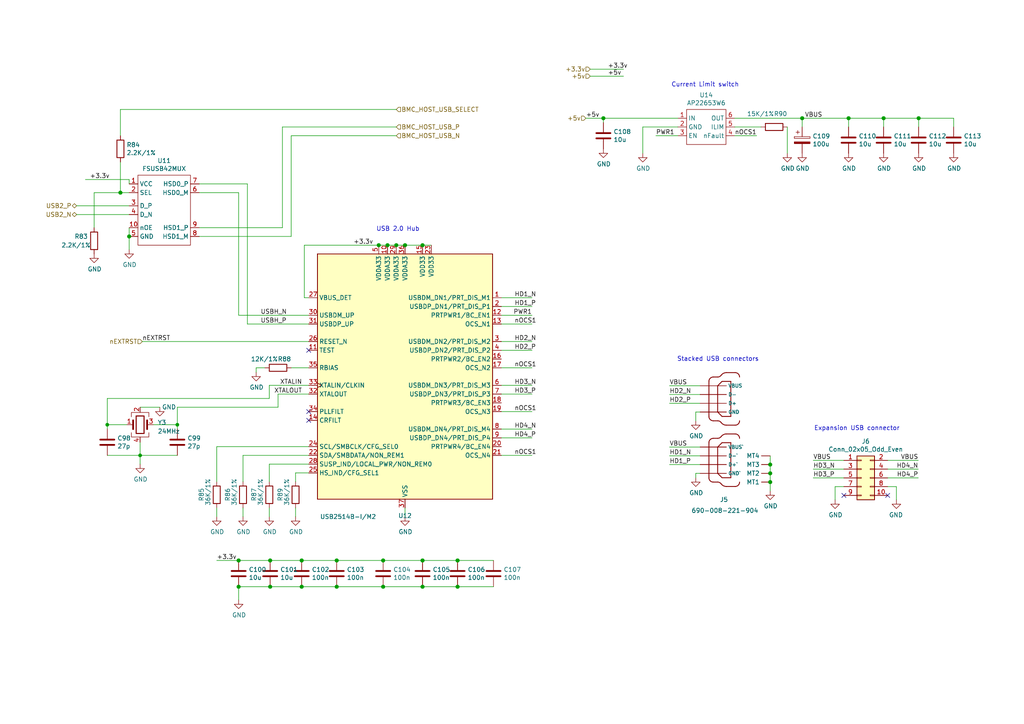
<source format=kicad_sch>
(kicad_sch (version 20210621) (generator eeschema)
  (paper "A4")
  (title_block (title "srvant-board MK1") (date "2021-07-14") (rev "rev-0.1dev"))
  (lib_symbols
    (symbol "CM4IO:AP2553W6"
      (property "Reference" "U" (at 3.81 -6.35 0))
      (property "Value" "AP2553W6" (at -3.81 -6.35 0))
      (symbol "AP2553W6_0_0"
        (pin power_in line (at -8.89 2.54 0) (length 2.54) (name "IN") (number "1"))
        (pin power_out line (at -8.89 0 0) (length 2.54) (name "GND") (number "2"))
        (pin input line (at -8.89 -2.54 0) (length 2.54) (name "EN") (number "3"))
        (pin open_collector line (at 7.62 -2.54 180) (length 2.54) (name "nFault") (number "4"))
        (pin passive line (at 7.62 0 180) (length 2.54) (name "ILIM") (number "5"))
        (pin power_out line (at 7.62 2.54 180) (length 2.54) (name "OUT") (number "6"))
      )
      (symbol "AP2553W6_0_1"
        (rectangle (start -6.35 5.08) (end 5.08 -5.08))
      )
    )
    (symbol "CM4IO:FSUSB42MX"
      (property "Reference" "U" (at -7.62 20.32 0))
      (property "Value" "FSUSB42MX" (at -2.54 -2.54 0))
      (symbol "FSUSB42MX_0_0"
        (pin power_in line (at 8.89 16.51 180) (length 2.54) (name "VCC") (number "1"))
        (pin input line (at 8.89 3.81 180) (length 2.54) (name "nOE") (number "10"))
        (pin input line (at 8.89 13.97 180) (length 2.54) (name "SEL") (number "2"))
        (pin bidirectional line (at 8.89 10.16 180) (length 2.54) (name "D_P") (number "3"))
        (pin bidirectional line (at 8.89 7.62 180) (length 2.54) (name "D_N") (number "4"))
        (pin power_in line (at 8.89 1.27 180) (length 2.54) (name "GND") (number "5"))
        (pin bidirectional line (at -11.43 13.97 0) (length 2.54) (name "HSD0_M") (number "6"))
        (pin bidirectional line (at -11.43 16.51 0) (length 2.54) (name "HSD0_P") (number "7"))
        (pin bidirectional line (at -11.43 1.27 0) (length 2.54) (name "HSD1_M") (number "8"))
        (pin bidirectional line (at -11.43 3.81 0) (length 2.54) (name "HSD1_P") (number "9"))
      )
      (symbol "FSUSB42MX_0_1"
        (rectangle (start -8.89 19.05) (end 6.35 -1.27))
      )
    )
    (symbol "CM4IO:USB_67298-4090" (pin_numbers hide)
      (property "Reference" "J" (at -5.08 21.6408 0))
      (property "Value" "USB_67298-4090" (at -5.08 -17.8054 0))
      (symbol "USB_67298-4090_0_0"
        (arc (start -5.08 -11.43) (end -3.81 -12.7) (radius (at -3.81 -11.43) (length 1.27) (angles 180 -90)) (stroke (width 0.254)))
        (arc (start -5.08 -1.27) (end -3.81 0) (radius (at -3.81 -1.27) (length 1.27) (angles 180 90)) (stroke (width 0.254)))
        (arc (start -5.08 6.35) (end -3.81 5.08) (radius (at -3.81 6.35) (length 1.27) (angles 180 -90)) (stroke (width 0.254)))
        (arc (start -5.08 16.51) (end -3.81 17.78) (radius (at -3.81 16.51) (length 1.27) (angles 180 90)) (stroke (width 0.254)))
        (arc (start -2.54 -12.7) (end -1.524 -13.208) (radius (at -2.54 -13.97) (length 1.27) (angles -143 -90)) (stroke (width 0.254)))
        (arc (start -2.54 0) (end -1.524 0.508) (radius (at -2.54 1.27) (length 1.27) (angles -90 -37)) (stroke (width 0.254)))
        (arc (start -2.54 5.08) (end -1.524 4.572) (radius (at -2.54 3.81) (length 1.27) (angles -143 -90)) (stroke (width 0.254)))
        (arc (start -2.54 17.78) (end -1.524 18.288) (radius (at -2.54 19.05) (length 1.27) (angles -90 -37)) (stroke (width 0.254)))
        (arc (start -1.524 -13.208) (end 0 -13.97) (radius (at 0 -12.065) (length 1.905) (angles -143 -90)) (stroke (width 0.254)))
        (arc (start -1.524 0.508) (end 0 1.27) (radius (at 0 -0.635) (length 1.905) (angles -90 -37)) (stroke (width 0.254)))
        (arc (start -1.524 4.572) (end 0 3.81) (radius (at 0 5.715) (length 1.905) (angles -143 -90)) (stroke (width 0.254)))
        (arc (start -1.524 18.288) (end 0 19.05) (radius (at 0 17.145) (length 1.905) (angles -90 -37)) (stroke (width 0.254)))
        (arc (start 2.54 -13.97) (end 3.81 -12.7) (radius (at 2.54 -12.7) (length 1.27) (angles -90 0)) (stroke (width 0.254)))
        (arc (start 2.54 1.27) (end 3.81 0) (radius (at 2.54 0) (length 1.27) (angles 90 0)) (stroke (width 0.254)))
        (arc (start 2.54 3.81) (end 3.81 5.08) (radius (at 2.54 5.08) (length 1.27) (angles -90 0)) (stroke (width 0.254)))
        (arc (start 2.54 19.05) (end 3.81 17.78) (radius (at 2.54 17.78) (length 1.27) (angles 90 0)) (stroke (width 0.254)))
        (polyline (pts (xy -5.08 -1.27) (xy -5.08 -11.43)) (stroke (width 0.254)))
        (polyline (pts (xy -5.08 16.51) (xy -5.08 6.35)) (stroke (width 0.254)))
        (polyline (pts (xy -3.81 -12.7) (xy -2.54 -12.7)) (stroke (width 0.254)))
        (polyline (pts (xy -3.81 0) (xy -2.54 0)) (stroke (width 0.254)))
        (polyline (pts (xy -3.81 5.08) (xy -2.54 5.08)) (stroke (width 0.254)))
        (polyline (pts (xy -3.81 17.78) (xy -2.54 17.78)) (stroke (width 0.254)))
        (polyline (pts (xy -2.54 -10.16) (xy -1.27 -11.43)) (stroke (width 0.254)))
        (polyline (pts (xy -2.54 -2.54) (xy -2.54 -10.16)) (stroke (width 0.254)))
        (polyline (pts (xy -2.54 7.62) (xy -1.27 6.35)) (stroke (width 0.254)))
        (polyline (pts (xy -2.54 15.24) (xy -2.54 7.62)) (stroke (width 0.254)))
        (polyline (pts (xy -1.27 -11.43) (xy 1.27 -11.43)) (stroke (width 0.254)))
        (polyline (pts (xy -1.27 -1.27) (xy -2.54 -2.54)) (stroke (width 0.254)))
        (polyline (pts (xy -1.27 6.35) (xy 1.27 6.35)) (stroke (width 0.254)))
        (polyline (pts (xy -1.27 16.51) (xy -2.54 15.24)) (stroke (width 0.254)))
        (polyline (pts (xy 0 -13.97) (xy 2.54 -13.97)) (stroke (width 0.254)))
        (polyline (pts (xy 0 1.27) (xy 2.54 1.27)) (stroke (width 0.254)))
        (polyline (pts (xy 0 3.81) (xy 2.54 3.81)) (stroke (width 0.254)))
        (polyline (pts (xy 0 19.05) (xy 2.54 19.05)) (stroke (width 0.254)))
        (polyline (pts (xy 1.27 -11.43) (xy 1.27 -1.27)) (stroke (width 0.254)))
        (polyline (pts (xy 1.27 -1.27) (xy -1.27 -1.27)) (stroke (width 0.254)))
        (polyline (pts (xy 1.27 6.35) (xy 1.27 16.51)) (stroke (width 0.254)))
        (polyline (pts (xy 1.27 16.51) (xy -1.27 16.51)) (stroke (width 0.254)))
        (pin power_in line (at -7.62 -2.54 0) (length 7.62) (name "VBUS`") (number "1"))
        (pin passive line (at -7.62 -5.08 0) (length 7.62) (name "D-`") (number "2"))
        (pin passive line (at -7.62 -7.62 0) (length 7.62) (name "D+`") (number "3"))
        (pin power_in line (at -7.62 -10.16 0) (length 7.62) (name "GND`") (number "4"))
        (pin power_in line (at -7.62 15.24 0) (length 7.62) (name "VBUS") (number "5"))
        (pin passive line (at -7.62 12.7 0) (length 7.62) (name "D-") (number "6"))
        (pin passive line (at -7.62 10.16 0) (length 7.62) (name "D+") (number "7"))
        (pin power_in line (at -7.62 7.62 0) (length 7.62) (name "GND") (number "8"))
        (pin passive line (at 12.7 -12.7 180) (length 2.54) (name "MT1") (number "MT1"))
        (pin passive line (at 12.7 -10.16 180) (length 2.54) (name "MT2") (number "MT2"))
        (pin passive line (at 12.7 -7.62 180) (length 2.54) (name "MT3") (number "MT3"))
        (pin passive line (at 12.7 -5.08 180) (length 2.54) (name "MT4") (number "MT4"))
      )
    )
    (symbol "Connector_Generic:Conn_02x05_Odd_Even" (pin_names hide)
      (property "Reference" "J" (at 1.27 7.62 0))
      (property "Value" "Conn_02x05_Odd_Even" (at 1.27 -7.62 0))
      (symbol "Conn_02x05_Odd_Even_1_1"
        (rectangle (start -1.27 -4.953) (end 0 -5.207))
        (rectangle (start -1.27 -2.413) (end 0 -2.667))
        (rectangle (start -1.27 0.127) (end 0 -0.127))
        (rectangle (start -1.27 2.667) (end 0 2.413))
        (rectangle (start -1.27 5.207) (end 0 4.953))
        (rectangle (start 3.81 -4.953) (end 2.54 -5.207))
        (rectangle (start 3.81 -2.413) (end 2.54 -2.667))
        (rectangle (start 3.81 0.127) (end 2.54 -0.127))
        (rectangle (start 3.81 2.667) (end 2.54 2.413))
        (rectangle (start 3.81 5.207) (end 2.54 4.953))
        (rectangle (start -1.27 6.35) (end 3.81 -6.35) (stroke (width 0.254)) (fill (type background)))
        (pin passive line (at -5.08 5.08 0) (length 3.81) (name "Pin_1") (number "1"))
        (pin passive line (at 7.62 -5.08 180) (length 3.81) (name "Pin_10") (number "10"))
        (pin passive line (at 7.62 5.08 180) (length 3.81) (name "Pin_2") (number "2"))
        (pin passive line (at -5.08 2.54 0) (length 3.81) (name "Pin_3") (number "3"))
        (pin passive line (at 7.62 2.54 180) (length 3.81) (name "Pin_4") (number "4"))
        (pin passive line (at -5.08 0 0) (length 3.81) (name "Pin_5") (number "5"))
        (pin passive line (at 7.62 0 180) (length 3.81) (name "Pin_6") (number "6"))
        (pin passive line (at -5.08 -2.54 0) (length 3.81) (name "Pin_7") (number "7"))
        (pin passive line (at 7.62 -2.54 180) (length 3.81) (name "Pin_8") (number "8"))
        (pin passive line (at -5.08 -5.08 0) (length 3.81) (name "Pin_9") (number "9"))
      )
    )
    (symbol "Device:C" (pin_numbers hide) (pin_names (offset 0.254))
      (property "Reference" "C" (at 0.635 2.54 0))
      (property "Value" "C" (at 0.635 -2.54 0))
      (symbol "C_0_1"
        (polyline (pts (xy -2.032 -0.762) (xy 2.032 -0.762)) (stroke (width 0.508)))
        (polyline (pts (xy -2.032 0.762) (xy 2.032 0.762)) (stroke (width 0.508)))
      )
      (symbol "C_1_1"
        (pin passive line (at 0 3.81 270) (length 2.794) (name "~") (number "1"))
        (pin passive line (at 0 -3.81 90) (length 2.794) (name "~") (number "2"))
      )
    )
    (symbol "Device:CP" (pin_numbers hide) (pin_names (offset 0.254))
      (property "Reference" "C" (at 0.635 2.54 0))
      (property "Value" "CP" (at 0.635 -2.54 0))
      (symbol "CP_0_1"
        (rectangle (start -2.286 0.508) (end 2.286 1.016))
        (rectangle (start 2.286 -0.508) (end -2.286 -1.016) (fill (type outline)))
        (polyline (pts (xy -1.778 2.286) (xy -0.762 2.286)))
        (polyline (pts (xy -1.27 2.794) (xy -1.27 1.778)))
      )
      (symbol "CP_1_1"
        (pin passive line (at 0 3.81 270) (length 2.794) (name "~") (number "1"))
        (pin passive line (at 0 -3.81 90) (length 2.794) (name "~") (number "2"))
      )
    )
    (symbol "Device:Crystal_GND24" (pin_names (offset 1.016) hide)
      (property "Reference" "Y" (at 3.175 5.08 0))
      (property "Value" "Crystal_GND24" (at 3.175 3.175 0))
      (symbol "Crystal_GND24_0_1"
        (rectangle (start -1.143 2.54) (end 1.143 -2.54) (stroke (width 0.3048)))
        (polyline (pts (xy -2.54 0) (xy -2.032 0)))
        (polyline (pts (xy -2.032 -1.27) (xy -2.032 1.27)) (stroke (width 0.508)))
        (polyline (pts (xy 0 -3.81) (xy 0 -3.556)))
        (polyline (pts (xy 0 3.556) (xy 0 3.81)))
        (polyline (pts (xy 2.032 -1.27) (xy 2.032 1.27)) (stroke (width 0.508)))
        (polyline (pts (xy 2.032 0) (xy 2.54 0)))
        (polyline (pts (xy -2.54 -2.286) (xy -2.54 -3.556) (xy 2.54 -3.556) (xy 2.54 -2.286)))
        (polyline (pts (xy -2.54 2.286) (xy -2.54 3.556) (xy 2.54 3.556) (xy 2.54 2.286)))
      )
      (symbol "Crystal_GND24_1_1"
        (pin passive line (at -3.81 0 0) (length 1.27) (name "1") (number "1"))
        (pin passive line (at 0 5.08 270) (length 1.27) (name "2") (number "2"))
        (pin passive line (at 3.81 0 180) (length 1.27) (name "3") (number "3"))
        (pin passive line (at 0 -5.08 90) (length 1.27) (name "4") (number "4"))
      )
    )
    (symbol "Device:R" (pin_numbers hide) (pin_names (offset 0))
      (property "Reference" "R" (at 2.032 0 90))
      (property "Value" "R" (at 0 0 90))
      (symbol "R_0_1"
        (rectangle (start -1.016 -2.54) (end 1.016 2.54) (stroke (width 0.254)))
      )
      (symbol "R_1_1"
        (pin passive line (at 0 3.81 270) (length 1.27) (name "~") (number "1"))
        (pin passive line (at 0 -3.81 90) (length 1.27) (name "~") (number "2"))
      )
    )
    (symbol "Interface_USB:USB2514B_Bi"
      (property "Reference" "U" (at -17.78 40.64 0))
      (property "Value" "USB2514B_Bi" (at -20.32 38.1 0))
      (symbol "USB2514B_Bi_0_1"
        (rectangle (start -25.4 35.56) (end 25.4 -35.56) (stroke (width 0.254)) (fill (type background)))
      )
      (symbol "USB2514B_Bi_1_1"
        (pin bidirectional line (at 27.94 22.86 180) (length 2.54) (name "USBDM_DN1/PRT_DIS_M1") (number "1"))
        (pin power_in line (at -5.08 38.1 270) (length 2.54) (name "VDDA33") (number "10"))
        (pin input line (at -27.94 7.62 0) (length 2.54) (name "TEST") (number "11"))
        (pin bidirectional line (at 27.94 17.78 180) (length 2.54) (name "PRTPWR1/BC_EN1") (number "12"))
        (pin input line (at 27.94 15.24 180) (length 2.54) (name "OCS_N1") (number "13"))
        (pin input line (at -27.94 -12.7 0) (length 2.54) (name "CRFILT") (number "14"))
        (pin power_in line (at 5.08 38.1 270) (length 2.54) (name "VDD33") (number "15"))
        (pin bidirectional line (at 27.94 5.08 180) (length 2.54) (name "PRTPWR2/BC_EN2") (number "16"))
        (pin input line (at 27.94 2.54 180) (length 2.54) (name "OCS_N2") (number "17"))
        (pin bidirectional line (at 27.94 -7.62 180) (length 2.54) (name "PRTPWR3/BC_EN3") (number "18"))
        (pin input line (at 27.94 -10.16 180) (length 2.54) (name "OCS_N3") (number "19"))
        (pin bidirectional line (at 27.94 20.32 180) (length 2.54) (name "USBDP_DN1/PRT_DIS_P1") (number "2"))
        (pin bidirectional line (at 27.94 -20.32 180) (length 2.54) (name "PRTPWR4/BC_EN4") (number "20"))
        (pin input line (at 27.94 -22.86 180) (length 2.54) (name "OCS_N4") (number "21"))
        (pin bidirectional line (at -27.94 -22.86 0) (length 2.54) (name "SDA/SMBDATA/NON_REM1") (number "22"))
        (pin power_in line (at 7.62 38.1 270) (length 2.54) (name "VDD33") (number "23"))
        (pin bidirectional line (at -27.94 -20.32 0) (length 2.54) (name "SCL/SMBCLK/CFG_SEL0") (number "24"))
        (pin bidirectional line (at -27.94 -27.94 0) (length 2.54) (name "HS_IND/CFG_SEL1") (number "25"))
        (pin input line (at -27.94 10.16 0) (length 2.54) (name "RESET_N") (number "26"))
        (pin input line (at -27.94 22.86 0) (length 2.54) (name "VBUS_DET") (number "27"))
        (pin bidirectional line (at -27.94 -25.4 0) (length 2.54) (name "SUSP_IND/LOCAL_PWR/NON_REM0") (number "28"))
        (pin power_in line (at -2.54 38.1 270) (length 2.54) (name "VDDA33") (number "29"))
        (pin bidirectional line (at 27.94 10.16 180) (length 2.54) (name "USBDM_DN2/PRT_DIS_M2") (number "3"))
        (pin bidirectional line (at -27.94 17.78 0) (length 2.54) (name "USBDM_UP") (number "30"))
        (pin bidirectional line (at -27.94 15.24 0) (length 2.54) (name "USBDP_UP") (number "31"))
        (pin output line (at -27.94 -5.08 0) (length 2.54) (name "XTALOUT") (number "32"))
        (pin input clock (at -27.94 -2.54 0) (length 2.54) (name "XTALIN/CLKIN") (number "33"))
        (pin input line (at -27.94 -10.16 0) (length 2.54) (name "PLLFILT") (number "34"))
        (pin input line (at -27.94 2.54 0) (length 2.54) (name "RBIAS") (number "35"))
        (pin power_in line (at 0 38.1 270) (length 2.54) (name "VDDA33") (number "36"))
        (pin power_in line (at 0 -38.1 90) (length 2.54) (name "VSS") (number "37"))
        (pin bidirectional line (at 27.94 7.62 180) (length 2.54) (name "USBDP_DN2/PRT_DIS_P2") (number "4"))
        (pin power_in line (at -7.62 38.1 270) (length 2.54) (name "VDDA33") (number "5"))
        (pin bidirectional line (at 27.94 -2.54 180) (length 2.54) (name "USBDM_DN3/PRT_DIS_M3") (number "6"))
        (pin bidirectional line (at 27.94 -5.08 180) (length 2.54) (name "USBDP_DN3/PRT_DIS_P3") (number "7"))
        (pin bidirectional line (at 27.94 -15.24 180) (length 2.54) (name "USBDM_DN4/PRT_DIS_M4") (number "8"))
        (pin bidirectional line (at 27.94 -17.78 180) (length 2.54) (name "USBDP_DN4/PRT_DIS_P4") (number "9"))
      )
    )
    (symbol "power:GND" (power) (pin_names (offset 0))
      (property "Value" "GND" (at 0 -3.81 0))
      (symbol "GND_0_1"
        (polyline (pts (xy 0 0) (xy 0 -1.27) (xy 1.27 -1.27) (xy 0 -2.54) (xy -1.27 -1.27) (xy 0 -1.27)))
      )
      (symbol "GND_1_1"
        (pin power_in line (at 0 0 270) (length 0) hide (name "GND") (number "1"))
      )
    )
  )
  (junction (at 31.115 123.19) (diameter 0.9144))
  (junction (at 34.925 55.88) (diameter 1.016))
  (junction (at 37.465 68.58) (diameter 1.016))
  (junction (at 40.64 132.08) (diameter 0.9144))
  (junction (at 51.435 123.19) (diameter 0.9144))
  (junction (at 69.215 162.56) (diameter 1.016))
  (junction (at 69.215 170.18) (diameter 1.016))
  (junction (at 78.359 162.56) (diameter 1.016))
  (junction (at 78.359 170.18) (diameter 1.016))
  (junction (at 87.503 162.56) (diameter 1.016))
  (junction (at 87.503 170.18) (diameter 1.016))
  (junction (at 97.663 162.56) (diameter 1.016))
  (junction (at 97.663 170.18) (diameter 1.016))
  (junction (at 109.855 71.12) (diameter 1.016))
  (junction (at 111.125 162.56) (diameter 1.016))
  (junction (at 111.125 170.18) (diameter 1.016))
  (junction (at 112.395 71.12) (diameter 1.016))
  (junction (at 114.935 71.12) (diameter 1.016))
  (junction (at 117.475 71.12) (diameter 1.016))
  (junction (at 122.555 71.12) (diameter 1.016))
  (junction (at 122.555 162.56) (diameter 1.016))
  (junction (at 122.555 170.18) (diameter 1.016))
  (junction (at 132.715 162.56) (diameter 1.016))
  (junction (at 132.715 170.18) (diameter 1.016))
  (junction (at 175.006 34.29) (diameter 1.016))
  (junction (at 223.393 134.747) (diameter 1.016))
  (junction (at 223.393 137.287) (diameter 1.016))
  (junction (at 223.393 139.827) (diameter 1.016))
  (junction (at 232.664 34.29) (diameter 1.016))
  (junction (at 246.126 34.29) (diameter 1.016))
  (junction (at 256.286 34.29) (diameter 1.016))
  (junction (at 266.446 34.29) (diameter 1.016))
  (no_connect (at 89.535 101.6))
  (no_connect (at 89.535 119.38))
  (no_connect (at 89.535 121.92))
  (no_connect (at 244.7544 143.6878))
  (no_connect (at 257.4544 143.6878))
  (wire (pts (xy 22.225 59.69) (xy 37.465 59.69)))
  (wire (pts (xy 22.225 62.23) (xy 37.465 62.23)))
  (wire (pts (xy 24.765 52.07) (xy 37.465 52.07)))
  (wire (pts (xy 27.305 55.88) (xy 27.305 66.04)))
  (wire (pts (xy 31.115 115.57) (xy 31.115 123.19)))
  (wire (pts (xy 31.115 123.19) (xy 31.115 124.46)))
  (wire (pts (xy 31.115 123.19) (xy 36.83 123.19)))
  (wire (pts (xy 31.115 132.08) (xy 40.64 132.08)))
  (wire (pts (xy 34.925 31.75) (xy 114.935 31.75)))
  (wire (pts (xy 34.925 39.37) (xy 34.925 31.75)))
  (wire (pts (xy 34.925 46.99) (xy 34.925 55.88)))
  (wire (pts (xy 34.925 55.88) (xy 27.305 55.88)))
  (wire (pts (xy 37.465 53.34) (xy 37.465 52.07)))
  (wire (pts (xy 37.465 55.88) (xy 34.925 55.88)))
  (wire (pts (xy 37.465 66.04) (xy 37.465 68.58)))
  (wire (pts (xy 37.465 68.58) (xy 37.465 72.39)))
  (wire (pts (xy 40.64 118.11) (xy 46.355 118.11)))
  (wire (pts (xy 40.64 128.27) (xy 40.64 132.08)))
  (wire (pts (xy 40.64 132.08) (xy 40.64 134.62)))
  (wire (pts (xy 40.64 132.08) (xy 51.435 132.08)))
  (wire (pts (xy 41.275 99.06) (xy 89.535 99.06)))
  (wire (pts (xy 44.45 123.19) (xy 51.435 123.19)))
  (wire (pts (xy 51.435 118.11) (xy 51.435 123.19)))
  (wire (pts (xy 51.435 123.19) (xy 51.435 124.46)))
  (wire (pts (xy 57.785 53.34) (xy 71.755 53.34)))
  (wire (pts (xy 57.785 55.88) (xy 69.215 55.88)))
  (wire (pts (xy 57.785 66.04) (xy 81.915 66.04)))
  (wire (pts (xy 57.785 68.58) (xy 84.455 68.58)))
  (wire (pts (xy 62.865 129.54) (xy 89.535 129.54)))
  (wire (pts (xy 62.865 139.7) (xy 62.865 129.54)))
  (wire (pts (xy 62.865 147.32) (xy 62.865 149.86)))
  (wire (pts (xy 62.865 162.56) (xy 69.215 162.56)))
  (wire (pts (xy 69.215 55.88) (xy 69.215 91.44)))
  (wire (pts (xy 69.215 162.56) (xy 78.359 162.56)))
  (wire (pts (xy 69.215 170.18) (xy 78.359 170.18)))
  (wire (pts (xy 69.215 173.99) (xy 69.215 170.18)))
  (wire (pts (xy 70.485 132.08) (xy 89.535 132.08)))
  (wire (pts (xy 70.485 139.7) (xy 70.485 132.08)))
  (wire (pts (xy 70.485 147.32) (xy 70.485 149.86)))
  (wire (pts (xy 71.755 53.34) (xy 71.755 93.98)))
  (wire (pts (xy 71.755 93.98) (xy 89.535 93.98)))
  (wire (pts (xy 74.295 106.68) (xy 74.295 107.95)))
  (wire (pts (xy 76.835 106.68) (xy 74.295 106.68)))
  (wire (pts (xy 78.105 111.76) (xy 78.105 115.57)))
  (wire (pts (xy 78.105 111.76) (xy 89.535 111.76)))
  (wire (pts (xy 78.105 115.57) (xy 31.115 115.57)))
  (wire (pts (xy 78.105 134.62) (xy 89.535 134.62)))
  (wire (pts (xy 78.105 139.7) (xy 78.105 134.62)))
  (wire (pts (xy 78.105 147.32) (xy 78.105 149.86)))
  (wire (pts (xy 78.359 162.56) (xy 87.503 162.56)))
  (wire (pts (xy 78.359 170.18) (xy 87.503 170.18)))
  (wire (pts (xy 80.645 114.3) (xy 80.645 118.11)))
  (wire (pts (xy 80.645 118.11) (xy 51.435 118.11)))
  (wire (pts (xy 81.915 36.83) (xy 114.935 36.83)))
  (wire (pts (xy 81.915 66.04) (xy 81.915 36.83)))
  (wire (pts (xy 84.455 39.37) (xy 114.935 39.37)))
  (wire (pts (xy 84.455 68.58) (xy 84.455 39.37)))
  (wire (pts (xy 84.455 106.68) (xy 89.535 106.68)))
  (wire (pts (xy 85.725 137.16) (xy 89.535 137.16)))
  (wire (pts (xy 85.725 139.7) (xy 85.725 137.16)))
  (wire (pts (xy 85.725 147.32) (xy 85.725 149.86)))
  (wire (pts (xy 87.503 162.56) (xy 97.663 162.56)))
  (wire (pts (xy 87.503 170.18) (xy 97.663 170.18)))
  (wire (pts (xy 88.265 71.12) (xy 109.855 71.12)))
  (wire (pts (xy 88.265 86.36) (xy 88.265 71.12)))
  (wire (pts (xy 89.535 86.36) (xy 88.265 86.36)))
  (wire (pts (xy 89.535 91.44) (xy 69.215 91.44)))
  (wire (pts (xy 89.535 114.3) (xy 80.645 114.3)))
  (wire (pts (xy 97.663 162.56) (xy 111.125 162.56)))
  (wire (pts (xy 97.663 170.18) (xy 111.125 170.18)))
  (wire (pts (xy 109.855 71.12) (xy 112.395 71.12)))
  (wire (pts (xy 111.125 162.56) (xy 122.555 162.56)))
  (wire (pts (xy 111.125 170.18) (xy 122.555 170.18)))
  (wire (pts (xy 112.395 71.12) (xy 114.935 71.12)))
  (wire (pts (xy 114.935 71.12) (xy 117.475 71.12)))
  (wire (pts (xy 117.475 71.12) (xy 122.555 71.12)))
  (wire (pts (xy 117.475 147.32) (xy 117.475 149.86)))
  (wire (pts (xy 122.555 71.12) (xy 125.095 71.12)))
  (wire (pts (xy 122.555 162.56) (xy 132.715 162.56)))
  (wire (pts (xy 122.555 170.18) (xy 132.715 170.18)))
  (wire (pts (xy 132.715 162.56) (xy 143.129 162.56)))
  (wire (pts (xy 132.715 170.18) (xy 143.129 170.18)))
  (wire (pts (xy 145.415 86.36) (xy 154.305 86.36)))
  (wire (pts (xy 145.415 88.9) (xy 154.305 88.9)))
  (wire (pts (xy 145.415 91.44) (xy 154.305 91.44)))
  (wire (pts (xy 145.415 93.98) (xy 154.305 93.98)))
  (wire (pts (xy 145.415 99.06) (xy 154.305 99.06)))
  (wire (pts (xy 145.415 101.6) (xy 154.305 101.6)))
  (wire (pts (xy 145.415 106.68) (xy 154.305 106.68)))
  (wire (pts (xy 145.415 111.76) (xy 154.305 111.76)))
  (wire (pts (xy 145.415 114.3) (xy 154.305 114.3)))
  (wire (pts (xy 145.415 119.38) (xy 154.305 119.38)))
  (wire (pts (xy 145.415 124.46) (xy 154.305 124.46)))
  (wire (pts (xy 145.415 127) (xy 154.305 127)))
  (wire (pts (xy 145.415 132.08) (xy 154.305 132.08)))
  (wire (pts (xy 169.926 34.29) (xy 175.006 34.29)))
  (wire (pts (xy 171.196 20.066) (xy 180.848 20.066)))
  (wire (pts (xy 171.196 22.098) (xy 180.848 22.098)))
  (wire (pts (xy 175.006 34.29) (xy 196.596 34.29)))
  (wire (pts (xy 175.006 35.56) (xy 175.006 34.29)))
  (wire (pts (xy 186.436 36.83) (xy 186.436 44.45)))
  (wire (pts (xy 190.246 39.37) (xy 196.596 39.37)))
  (wire (pts (xy 194.183 111.887) (xy 203.073 111.887)))
  (wire (pts (xy 194.183 114.427) (xy 203.073 114.427)))
  (wire (pts (xy 194.183 116.967) (xy 203.073 116.967)))
  (wire (pts (xy 194.183 129.667) (xy 203.073 129.667)))
  (wire (pts (xy 194.183 132.207) (xy 203.073 132.207)))
  (wire (pts (xy 194.183 134.747) (xy 203.073 134.747)))
  (wire (pts (xy 196.596 36.83) (xy 186.436 36.83)))
  (wire (pts (xy 201.803 119.507) (xy 201.803 122.047)))
  (wire (pts (xy 201.803 137.287) (xy 201.803 138.557)))
  (wire (pts (xy 203.073 119.507) (xy 201.803 119.507)))
  (wire (pts (xy 203.073 137.287) (xy 201.803 137.287)))
  (wire (pts (xy 213.106 34.29) (xy 232.664 34.29)))
  (wire (pts (xy 213.106 36.83) (xy 220.726 36.83)))
  (wire (pts (xy 213.106 39.37) (xy 219.456 39.37)))
  (wire (pts (xy 223.393 132.207) (xy 223.393 134.747)))
  (wire (pts (xy 223.393 134.747) (xy 223.393 137.287)))
  (wire (pts (xy 223.393 137.287) (xy 223.393 139.827)))
  (wire (pts (xy 223.393 139.827) (xy 223.393 142.367)))
  (wire (pts (xy 228.346 36.83) (xy 228.346 44.45)))
  (wire (pts (xy 232.664 34.29) (xy 232.664 36.83)))
  (wire (pts (xy 232.664 34.29) (xy 246.126 34.29)))
  (wire (pts (xy 235.8644 133.5278) (xy 244.7544 133.5278)))
  (wire (pts (xy 235.8644 136.0678) (xy 244.7544 136.0678)))
  (wire (pts (xy 235.8644 138.6078) (xy 244.7544 138.6078)))
  (wire (pts (xy 242.2144 141.1478) (xy 242.2144 144.9578)))
  (wire (pts (xy 242.2144 141.1478) (xy 244.7544 141.1478)))
  (wire (pts (xy 246.126 34.29) (xy 256.286 34.29)))
  (wire (pts (xy 246.126 36.83) (xy 246.126 34.29)))
  (wire (pts (xy 256.286 34.29) (xy 256.286 36.83)))
  (wire (pts (xy 256.286 34.29) (xy 266.446 34.29)))
  (wire (pts (xy 257.4544 141.1478) (xy 259.9944 141.1478)))
  (wire (pts (xy 259.9944 141.1478) (xy 259.9944 144.9578)))
  (wire (pts (xy 266.3444 133.5278) (xy 257.4544 133.5278)))
  (wire (pts (xy 266.3444 136.0678) (xy 257.4544 136.0678)))
  (wire (pts (xy 266.3444 138.6078) (xy 257.4544 138.6078)))
  (wire (pts (xy 266.446 34.29) (xy 266.446 36.83)))
  (wire (pts (xy 266.446 34.29) (xy 276.606 34.29)))
  (wire (pts (xy 276.606 36.83) (xy 276.606 34.29)))
  (text "USB 2.0 Hub" (at 121.7168 67.2592 180) (effects (font (size 1.27 1.27)) (justify right bottom)))
  (text "Current Limit switch" (at 214.376 25.4 180) (effects (font (size 1.27 1.27)) (justify right bottom)))
  (text "Stacked USB connectors" (at 220.1418 104.9782 180) (effects (font (size 1.27 1.27)) (justify right bottom)))
  (text "Expansion USB connector" (at 260.985 125.0696 180) (effects (font (size 1.27 1.27)) (justify right bottom)))
  (label "+3.3v" (at 26.035 52.07 0))
  (label "nEXTRST" (at 41.275 99.06 0))
  (label "+3.3v" (at 62.865 162.56 0))
  (label "USBH_N" (at 75.565 91.44 0))
  (label "USBH_P" (at 75.565 93.98 0))
  (label "XTALIN" (at 87.63 111.76 180))
  (label "XTALOUT" (at 87.63 114.3 180))
  (label "+3.3v" (at 102.489 71.12 0))
  (label "HD1_N" (at 149.225 86.36 0))
  (label "HD1_P" (at 149.225 88.9 0))
  (label "nOCS1" (at 149.225 93.98 0))
  (label "HD2_N" (at 149.225 99.06 0))
  (label "HD2_P" (at 149.225 101.6 0))
  (label "nOCS1" (at 149.225 106.68 0))
  (label "HD3_N" (at 149.225 111.76 0))
  (label "HD3_P" (at 149.225 114.3 0))
  (label "nOCS1" (at 149.225 119.38 0))
  (label "HD4_N" (at 149.225 124.46 0))
  (label "HD4_P" (at 149.225 127 0))
  (label "nOCS1" (at 149.225 132.08 0))
  (label "PWR1" (at 154.305 91.44 180))
  (label "+5v" (at 169.926 34.29 0))
  (label "+3.3v" (at 176.276 20.066 0))
  (label "+5v" (at 176.276 22.098 0))
  (label "PWR1" (at 190.246 39.37 0))
  (label "VBUS" (at 194.183 111.887 0))
  (label "HD2_N" (at 194.183 114.427 0))
  (label "HD2_P" (at 194.183 116.967 0))
  (label "VBUS" (at 194.183 129.667 0))
  (label "HD1_N" (at 194.183 132.207 0))
  (label "HD1_P" (at 194.183 134.747 0))
  (label "nOCS1" (at 213.106 39.37 0))
  (label "VBUS" (at 233.426 34.29 0))
  (label "VBUS" (at 235.8644 133.5278 0))
  (label "HD3_N" (at 235.8644 136.0678 0))
  (label "HD3_P" (at 235.8644 138.6078 0))
  (label "VBUS" (at 266.3444 133.5278 180))
  (label "HD4_N" (at 266.3444 136.0678 180))
  (label "HD4_P" (at 266.3444 138.6078 180))
  (hierarchical_label "USB2_P" (shape bidirectional) (at 22.225 59.69 180))
  (hierarchical_label "USB2_N" (shape bidirectional) (at 22.225 62.23 180))
  (hierarchical_label "nEXTRST" (shape input) (at 41.275 99.06 180))
  (hierarchical_label "BMC_HOST_USB_SELECT" (shape input) (at 114.935 31.75 0))
  (hierarchical_label "BMC_HOST_USB_P" (shape input) (at 114.935 36.83 0))
  (hierarchical_label "BMC_HOST_USB_N" (shape input) (at 114.935 39.37 0))
  (hierarchical_label "+5v" (shape input) (at 169.926 34.29 180))
  (hierarchical_label "+3.3v" (shape input) (at 171.196 20.066 180))
  (hierarchical_label "+5v" (shape input) (at 171.196 22.098 180))
  (symbol (lib_id "power:GND") (at 27.305 73.66 0) (unit 1)
    (property "Reference" "#PWR0151" (effects hide))
    (property "Value" "GND" (at 27.432 78.0542 0))
  )
  (symbol (lib_id "power:GND") (at 37.465 72.39 0) (unit 1)
    (property "Reference" "#PWR0152" (effects hide))
    (property "Value" "GND" (at 37.592 76.7842 0))
  )
  (symbol (lib_id "power:GND") (at 40.64 134.62 0) (unit 1)
    (property "Reference" "#PWR0146" (effects hide))
    (property "Value" "GND" (at 40.767 139.0142 0))
  )
  (symbol (lib_id "power:GND") (at 46.355 118.11 0) (unit 1)
    (property "Reference" "#PWR0141" (effects hide))
    (property "Value" "GND" (at 49.022 118.0592 0))
  )
  (symbol (lib_id "power:GND") (at 62.865 149.86 0) (unit 1)
    (property "Reference" "#PWR0149" (effects hide))
    (property "Value" "GND" (at 62.992 154.2542 0))
  )
  (symbol (lib_id "power:GND") (at 69.215 173.99 0) (unit 1)
    (property "Reference" "#PWR0154" (effects hide))
    (property "Value" "GND" (at 69.342 178.3842 0))
  )
  (symbol (lib_id "power:GND") (at 70.485 149.86 0) (unit 1)
    (property "Reference" "#PWR0147" (effects hide))
    (property "Value" "GND" (at 70.612 154.2542 0))
  )
  (symbol (lib_id "power:GND") (at 74.295 107.95 0) (unit 1)
    (property "Reference" "#PWR0150" (effects hide))
    (property "Value" "GND" (at 74.422 112.3442 0))
  )
  (symbol (lib_id "power:GND") (at 78.105 149.86 0) (unit 1)
    (property "Reference" "#PWR0148" (effects hide))
    (property "Value" "GND" (at 78.232 154.2542 0))
  )
  (symbol (lib_id "power:GND") (at 85.725 149.86 0) (unit 1)
    (property "Reference" "#PWR0153" (effects hide))
    (property "Value" "GND" (at 85.852 154.2542 0))
  )
  (symbol (lib_id "power:GND") (at 117.475 149.86 0) (unit 1)
    (property "Reference" "#PWR0155" (effects hide))
    (property "Value" "GND" (at 117.602 154.2542 0))
  )
  (symbol (lib_id "power:GND") (at 175.006 43.18 0) (unit 1)
    (property "Reference" "#PWR0168" (effects hide))
    (property "Value" "GND" (at 175.133 47.5742 0))
  )
  (symbol (lib_id "power:GND") (at 186.436 44.45 0) (unit 1)
    (property "Reference" "#PWR0169" (effects hide))
    (property "Value" "GND" (at 186.563 48.8442 0))
  )
  (symbol (lib_id "power:GND") (at 201.803 122.047 0) (unit 1)
    (property "Reference" "#PWR0165" (effects hide))
    (property "Value" "GND" (at 201.93 126.4412 0))
  )
  (symbol (lib_id "power:GND") (at 201.803 138.557 0) (unit 1)
    (property "Reference" "#PWR0166" (effects hide))
    (property "Value" "GND" (at 201.93 142.9512 0))
  )
  (symbol (lib_id "power:GND") (at 223.393 142.367 0) (unit 1)
    (property "Reference" "#PWR0163" (effects hide))
    (property "Value" "GND" (at 223.52 146.7612 0))
  )
  (symbol (lib_id "power:GND") (at 228.346 44.45 0) (unit 1)
    (property "Reference" "#PWR0161" (effects hide))
    (property "Value" "GND" (at 228.473 48.8442 0))
  )
  (symbol (lib_id "power:GND") (at 232.664 44.45 0) (unit 1)
    (property "Reference" "#PWR0158" (effects hide))
    (property "Value" "GND" (at 232.791 48.8442 0))
  )
  (symbol (lib_id "power:GND") (at 242.2144 144.9578 0) (unit 1)
    (property "Reference" "#PWR0164" (effects hide))
    (property "Value" "GND" (at 242.3414 149.352 0))
  )
  (symbol (lib_id "power:GND") (at 246.126 44.45 0) (unit 1)
    (property "Reference" "#PWR0157" (effects hide))
    (property "Value" "GND" (at 246.253 48.8442 0))
  )
  (symbol (lib_id "power:GND") (at 256.286 44.45 0) (unit 1)
    (property "Reference" "#PWR0159" (effects hide))
    (property "Value" "GND" (at 256.413 48.8442 0))
  )
  (symbol (lib_id "power:GND") (at 259.9944 144.9578 0) (mirror y) (unit 1)
    (property "Reference" "#PWR0167" (effects hide))
    (property "Value" "GND" (at 259.8674 149.352 0))
  )
  (symbol (lib_id "power:GND") (at 266.446 44.45 0) (unit 1)
    (property "Reference" "#PWR0162" (effects hide))
    (property "Value" "GND" (at 266.573 48.8442 0))
  )
  (symbol (lib_id "power:GND") (at 276.606 44.45 0) (unit 1)
    (property "Reference" "#PWR0160" (effects hide))
    (property "Value" "GND" (at 276.733 48.8442 0))
  )
  (symbol (lib_id "Device:R") (at 27.305 69.85 0) (unit 1)
    (property "Reference" "R83" (at 21.59 68.58 0) (effects (justify left)))
    (property "Value" "2.2K/1%" (at 17.78 71.12 0) (effects (justify left)))
    (property "Footprint" "Resistor_SMD:R_0402_1005Metric" (effects hide))
    (property "Datasheet" "https://fscdn.rohm.com/en/products/databook/datasheet/passive/resistor/chip_resistor/mcr-e.pdf" (effects hide))
    (property "Field4" "Farnell" (effects hide))
    (property "Field5" "9239278" (effects hide))
    (property "Field7" "KOA EUROPE GMBH" (effects hide))
    (property "Field6" "RK73G1ETQTP2201D         " (effects hide))
    (property "Part Description" "Resistor 2.2K M1005 1% 63mW" (effects hide))
    (property "Field8" "120889581" (effects hide))
  )
  (symbol (lib_id "Device:R") (at 34.925 43.18 0) (unit 1)
    (property "Reference" "R84" (at 36.703 42.0116 0) (effects (justify left)))
    (property "Value" "2.2K/1%" (at 36.703 44.323 0) (effects (justify left)))
    (property "Footprint" "Resistor_SMD:R_0402_1005Metric" (effects hide))
    (property "Datasheet" "https://fscdn.rohm.com/en/products/databook/datasheet/passive/resistor/chip_resistor/mcr-e.pdf" (effects hide))
    (property "Field4" "Farnell" (effects hide))
    (property "Field5" "9239278" (effects hide))
    (property "Field7" "KOA EUROPE GMBH" (effects hide))
    (property "Field6" "RK73G1ETQTP2201D         " (effects hide))
    (property "Part Description" "Resistor 2.2K M1005 1% 63mW" (effects hide))
    (property "Field8" "120889581" (effects hide))
  )
  (symbol (lib_id "Device:R") (at 62.865 143.51 0) (unit 1)
    (property "Reference" "R85" (at 58.42 145.415 90) (effects (justify left)))
    (property "Value" "36K/1%" (at 60.325 146.685 90) (effects (justify left)))
    (property "Footprint" "Resistor_SMD:R_0402_1005Metric" (effects hide))
    (property "Datasheet" "https://fscdn.rohm.com/en/products/databook/datasheet/passive/resistor/chip_resistor/mcr-e.pdf" (effects hide))
    (property "Field4" "Farnell" (effects hide))
    (property "Field5" "1458788" (effects hide))
    (property "Field7" "Rohm" (effects hide))
    (property "Field6" "MCR01MZPF3602" (effects hide))
    (property "Part Description" "Resistor 36K M1005 1% 63mW" (effects hide))
  )
  (symbol (lib_id "Device:R") (at 70.485 143.51 0) (unit 1)
    (property "Reference" "R86" (at 66.04 145.415 90) (effects (justify left)))
    (property "Value" "36K/1%" (at 67.945 146.685 90) (effects (justify left)))
    (property "Footprint" "Resistor_SMD:R_0402_1005Metric" (effects hide))
    (property "Datasheet" "https://fscdn.rohm.com/en/products/databook/datasheet/passive/resistor/chip_resistor/mcr-e.pdf" (effects hide))
    (property "Field4" "Farnell" (effects hide))
    (property "Field5" "1458788" (effects hide))
    (property "Field7" "Rohm" (effects hide))
    (property "Field6" "MCR01MZPF3602" (effects hide))
    (property "Part Description" "Resistor 36K M1005 1% 63mW" (effects hide))
  )
  (symbol (lib_id "Device:R") (at 78.105 143.51 0) (unit 1)
    (property "Reference" "R87" (at 73.66 145.415 90) (effects (justify left)))
    (property "Value" "36K/1%" (at 75.565 146.685 90) (effects (justify left)))
    (property "Footprint" "Resistor_SMD:R_0402_1005Metric" (effects hide))
    (property "Datasheet" "https://fscdn.rohm.com/en/products/databook/datasheet/passive/resistor/chip_resistor/mcr-e.pdf" (effects hide))
    (property "Field4" "Farnell" (effects hide))
    (property "Field5" "1458788" (effects hide))
    (property "Field7" "Rohm" (effects hide))
    (property "Field6" "MCR01MZPF3602" (effects hide))
    (property "Part Description" "Resistor 36K M1005 1% 63mW" (effects hide))
  )
  (symbol (lib_id "Device:R") (at 80.645 106.68 90) (unit 1)
    (property "Reference" "R88" (at 84.455 104.14 90) (effects (justify left)))
    (property "Value" "12K/1%" (at 80.645 104.14 90) (effects (justify left)))
    (property "Footprint" "Resistor_SMD:R_0402_1005Metric" (effects hide))
    (property "Datasheet" "https://fscdn.rohm.com/en/products/databook/datasheet/passive/resistor/chip_resistor/mcr-e.pdf" (effects hide))
    (property "Field4" "Farnell" (effects hide))
    (property "Field5" "9239367" (effects hide))
    (property "Field7" "Rohm" (effects hide))
    (property "Field6" "MCR01MZPF1202" (effects hide))
    (property "Part Description" "Resistor 12K M1005 1% 63mW" (effects hide))
  )
  (symbol (lib_id "Device:R") (at 85.725 143.51 0) (unit 1)
    (property "Reference" "R89" (at 81.28 145.415 90) (effects (justify left)))
    (property "Value" "36K/1%" (at 83.185 146.685 90) (effects (justify left)))
    (property "Footprint" "Resistor_SMD:R_0402_1005Metric" (effects hide))
    (property "Datasheet" "https://fscdn.rohm.com/en/products/databook/datasheet/passive/resistor/chip_resistor/mcr-e.pdf" (effects hide))
    (property "Field4" "Farnell" (effects hide))
    (property "Field5" "1458788" (effects hide))
    (property "Field7" "Rohm" (effects hide))
    (property "Field6" "MCR01MZPF3602" (effects hide))
    (property "Part Description" "Resistor 36K M1005 1% 63mW" (effects hide))
  )
  (symbol (lib_id "Device:R") (at 224.536 36.83 90) (unit 1)
    (property "Reference" "R90" (at 228.346 33.02 90) (effects (justify left)))
    (property "Value" "15K/1%" (at 224.536 33.02 90) (effects (justify left)))
    (property "Footprint" "Resistor_SMD:R_0402_1005Metric" (effects hide))
    (property "Datasheet" "https://fscdn.rohm.com/en/products/databook/datasheet/passive/resistor/chip_resistor/mcr-e.pdf" (effects hide))
    (property "Field4" "Farnell" (effects hide))
    (property "Field5" "9239375" (effects hide))
    (property "Field6" "MCR01MZPF1502" (effects hide))
    (property "Field7" "Rohm" (effects hide))
    (property "Part Description" "Resistor 15K M1005 1% 63mW" (effects hide))
    (property "Field8" "120891581" (effects hide))
  )
  (symbol (lib_id "Device:C") (at 31.115 128.27 0) (unit 1)
    (property "Reference" "C98" (at 34.036 127.1016 0) (effects (justify left)))
    (property "Value" "27p" (at 34.036 129.413 0) (effects (justify left)))
    (property "Footprint" "Capacitor_SMD:C_0402_1005Metric" (effects hide))
    (property "Datasheet" "https://search.murata.co.jp/Ceramy/image/img/A01X/G101/ENG/GJM1555C1H270JB01-01.pdf" (effects hide))
    (property "Field8" "UCAP00738 " (effects hide))
    (property "Field5" "490-17672-1-ND" (effects hide))
    (property "Field6" "GJM1555C1H270JB01D" (effects hide))
    (property "Field7" "Murata" (effects hide))
    (property "Part Description" "	27pF 5% 50V Ceramic Capacitor C0G, NP0 0402 (1005 Metric)" (effects hide))
    (property "Field4" "Digikey" (effects hide))
  )
  (symbol (lib_id "Device:C") (at 51.435 128.27 0) (unit 1)
    (property "Reference" "C99" (at 54.356 127.1016 0) (effects (justify left)))
    (property "Value" "27p" (at 54.356 129.413 0) (effects (justify left)))
    (property "Footprint" "Capacitor_SMD:C_0402_1005Metric" (effects hide))
    (property "Datasheet" "https://search.murata.co.jp/Ceramy/image/img/A01X/G101/ENG/GJM1555C1H270JB01-01.pdf" (effects hide))
    (property "Field8" "UCAP00738 " (effects hide))
    (property "Field5" "490-17672-1-ND" (effects hide))
    (property "Field6" "GJM1555C1H270JB01D" (effects hide))
    (property "Field7" "Murata" (effects hide))
    (property "Part Description" "	27pF 5% 50V Ceramic Capacitor C0G, NP0 0402 (1005 Metric)" (effects hide))
    (property "Field4" "Digikey" (effects hide))
  )
  (symbol (lib_id "Device:C") (at 69.215 166.37 0) (unit 1)
    (property "Reference" "C100" (at 72.136 165.2016 0) (effects (justify left)))
    (property "Value" "10u" (at 72.136 167.513 0) (effects (justify left)))
    (property "Footprint" "Capacitor_SMD:C_0805_2012Metric" (effects hide))
    (property "Datasheet" "https://search.murata.co.jp/Ceramy/image/img/A01X/G101/ENG/GRM21BR71A106KA73-01.pdf" (effects hide))
    (property "Field5" "490-14381-1-ND" (effects hide))
    (property "Field4" "Digikey" (effects hide))
    (property "Field6" "GRM21BR71A106KA73L" (effects hide))
    (property "Field7" "Murata" (effects hide))
    (property "Part Description" "	10uF 10% 10V Ceramic Capacitor X7R 0805 (2012 Metric)" (effects hide))
    (property "Field8" "111893011" (effects hide))
  )
  (symbol (lib_id "Device:C") (at 78.359 166.37 0) (unit 1)
    (property "Reference" "C101" (at 81.28 165.2016 0) (effects (justify left)))
    (property "Value" "10u" (at 81.28 167.513 0) (effects (justify left)))
    (property "Footprint" "Capacitor_SMD:C_0805_2012Metric" (effects hide))
    (property "Datasheet" "https://search.murata.co.jp/Ceramy/image/img/A01X/G101/ENG/GRM21BR71A106KA73-01.pdf" (effects hide))
    (property "Field5" "490-14381-1-ND" (effects hide))
    (property "Field4" "Digikey" (effects hide))
    (property "Field6" "GRM21BR71A106KA73L" (effects hide))
    (property "Field7" "Murata" (effects hide))
    (property "Part Description" "	10uF 10% 10V Ceramic Capacitor X7R 0805 (2012 Metric)" (effects hide))
    (property "Field8" "111893011" (effects hide))
  )
  (symbol (lib_id "Device:C") (at 87.503 166.37 0) (unit 1)
    (property "Reference" "C102" (at 90.424 165.2016 0) (effects (justify left)))
    (property "Value" "100n" (at 90.424 167.513 0) (effects (justify left)))
    (property "Footprint" "Capacitor_SMD:C_0402_1005Metric" (effects hide))
    (property "Datasheet" "https://search.murata.co.jp/Ceramy/image/img/A01X/G101/ENG/GRM155R71C104KA88-01.pdf" (effects hide))
    (property "Field4" "Farnell" (effects hide))
    (property "Field5" "2611911" (effects hide))
    (property "Field6" "RM EMK105 B7104KV-F" (effects hide))
    (property "Field7" "TAIYO YUDEN EUROPE GMBH" (effects hide))
    (property "Part Description" "	0.1uF 10% 16V Ceramic Capacitor X7R 0402 (1005 Metric)" (effects hide))
    (property "Field8" "110091611" (effects hide))
  )
  (symbol (lib_id "Device:C") (at 97.663 166.37 0) (unit 1)
    (property "Reference" "C103" (at 100.584 165.2016 0) (effects (justify left)))
    (property "Value" "100n" (at 100.584 167.513 0) (effects (justify left)))
    (property "Footprint" "Capacitor_SMD:C_0402_1005Metric" (effects hide))
    (property "Datasheet" "https://search.murata.co.jp/Ceramy/image/img/A01X/G101/ENG/GRM155R71C104KA88-01.pdf" (effects hide))
    (property "Field4" "Farnell" (effects hide))
    (property "Field5" "2611911" (effects hide))
    (property "Field6" "RM EMK105 B7104KV-F" (effects hide))
    (property "Field7" "TAIYO YUDEN EUROPE GMBH" (effects hide))
    (property "Part Description" "	0.1uF 10% 16V Ceramic Capacitor X7R 0402 (1005 Metric)" (effects hide))
    (property "Field8" "110091611" (effects hide))
  )
  (symbol (lib_id "Device:C") (at 111.125 166.37 0) (unit 1)
    (property "Reference" "C104" (at 114.046 165.2016 0) (effects (justify left)))
    (property "Value" "100n" (at 114.046 167.513 0) (effects (justify left)))
    (property "Footprint" "Capacitor_SMD:C_0402_1005Metric" (effects hide))
    (property "Datasheet" "https://search.murata.co.jp/Ceramy/image/img/A01X/G101/ENG/GRM155R71C104KA88-01.pdf" (effects hide))
    (property "Field4" "Farnell" (effects hide))
    (property "Field5" "2611911" (effects hide))
    (property "Field6" "RM EMK105 B7104KV-F" (effects hide))
    (property "Field7" "TAIYO YUDEN EUROPE GMBH" (effects hide))
    (property "Part Description" "	0.1uF 10% 16V Ceramic Capacitor X7R 0402 (1005 Metric)" (effects hide))
    (property "Field8" "110091611" (effects hide))
  )
  (symbol (lib_id "Device:C") (at 122.555 166.37 0) (unit 1)
    (property "Reference" "C105" (at 125.476 165.2016 0) (effects (justify left)))
    (property "Value" "100n" (at 125.476 167.513 0) (effects (justify left)))
    (property "Footprint" "Capacitor_SMD:C_0402_1005Metric" (effects hide))
    (property "Datasheet" "https://search.murata.co.jp/Ceramy/image/img/A01X/G101/ENG/GRM155R71C104KA88-01.pdf" (effects hide))
    (property "Field4" "Farnell" (effects hide))
    (property "Field5" "2611911" (effects hide))
    (property "Field6" "RM EMK105 B7104KV-F" (effects hide))
    (property "Field7" "TAIYO YUDEN EUROPE GMBH" (effects hide))
    (property "Part Description" "	0.1uF 10% 16V Ceramic Capacitor X7R 0402 (1005 Metric)" (effects hide))
    (property "Field8" "110091611" (effects hide))
  )
  (symbol (lib_id "Device:C") (at 132.715 166.37 0) (unit 1)
    (property "Reference" "C106" (at 135.636 165.2016 0) (effects (justify left)))
    (property "Value" "100n" (at 135.636 167.513 0) (effects (justify left)))
    (property "Footprint" "Capacitor_SMD:C_0402_1005Metric" (effects hide))
    (property "Datasheet" "https://search.murata.co.jp/Ceramy/image/img/A01X/G101/ENG/GRM155R71C104KA88-01.pdf" (effects hide))
    (property "Field4" "Farnell" (effects hide))
    (property "Field5" "2611911" (effects hide))
    (property "Field6" "RM EMK105 B7104KV-F" (effects hide))
    (property "Field7" "TAIYO YUDEN EUROPE GMBH" (effects hide))
    (property "Part Description" "	0.1uF 10% 16V Ceramic Capacitor X7R 0402 (1005 Metric)" (effects hide))
    (property "Field8" "110091611" (effects hide))
  )
  (symbol (lib_id "Device:C") (at 143.129 166.37 0) (unit 1)
    (property "Reference" "C107" (at 146.05 165.2016 0) (effects (justify left)))
    (property "Value" "100n" (at 146.05 167.513 0) (effects (justify left)))
    (property "Footprint" "Capacitor_SMD:C_0402_1005Metric" (effects hide))
    (property "Datasheet" "https://search.murata.co.jp/Ceramy/image/img/A01X/G101/ENG/GRM155R71C104KA88-01.pdf" (effects hide))
    (property "Field4" "Farnell" (effects hide))
    (property "Field5" "2611911" (effects hide))
    (property "Field6" "RM EMK105 B7104KV-F" (effects hide))
    (property "Field7" "TAIYO YUDEN EUROPE GMBH" (effects hide))
    (property "Part Description" "	0.1uF 10% 16V Ceramic Capacitor X7R 0402 (1005 Metric)" (effects hide))
    (property "Field8" "110091611" (effects hide))
  )
  (symbol (lib_id "Device:C") (at 175.006 39.37 0) (unit 1)
    (property "Reference" "C108" (at 177.927 38.2016 0) (effects (justify left)))
    (property "Value" "10u" (at 177.927 40.513 0) (effects (justify left)))
    (property "Footprint" "Capacitor_SMD:C_0805_2012Metric" (effects hide))
    (property "Datasheet" "https://search.murata.co.jp/Ceramy/image/img/A01X/G101/ENG/GRM21BR71A106KA73-01.pdf" (effects hide))
    (property "Field5" "490-14381-1-ND" (effects hide))
    (property "Field4" "Digikey" (effects hide))
    (property "Field6" "GRM21BR71A106KA73L" (effects hide))
    (property "Field7" "Murata" (effects hide))
    (property "Part Description" "	10uF 10% 10V Ceramic Capacitor X7R 0805 (2012 Metric)" (effects hide))
    (property "Field8" "111893011" (effects hide))
  )
  (symbol (lib_id "Device:CP") (at 232.664 40.64 0) (unit 1)
    (property "Reference" "C109" (at 235.6612 39.497 0) (effects (justify left)))
    (property "Value" "100u" (at 235.6612 41.783 0) (effects (justify left)))
    (property "Footprint" "Capacitor_Tantalum_SMD:CP_EIA-7343-31_Kemet-D" (effects hide))
    (property "Datasheet" "~{}" (effects hide))
    (property "Field4" "Mouser" (effects hide))
    (property "Field5" "ECASD40J107M015K00 " (effects hide))
    (property "Part Description" "Capacitor, SP-Cap, 100u, 6.3V, 15mR ESR" (effects hide))
  )
  (symbol (lib_id "Device:C") (at 246.126 40.64 0) (unit 1)
    (property "Reference" "C110" (at 249.047 39.4716 0) (effects (justify left)))
    (property "Value" "10u" (at 249.047 41.783 0) (effects (justify left)))
    (property "Footprint" "Capacitor_SMD:C_0805_2012Metric" (effects hide))
    (property "Datasheet" "https://search.murata.co.jp/Ceramy/image/img/A01X/G101/ENG/GRM21BR71A106KA73-01.pdf" (effects hide))
    (property "Field5" "490-14381-1-ND" (effects hide))
    (property "Field4" "Digikey" (effects hide))
    (property "Field6" "GRM21BR71A106KA73L" (effects hide))
    (property "Field7" "Murata" (effects hide))
    (property "Part Description" "	10uF 10% 10V Ceramic Capacitor X7R 0805 (2012 Metric)" (effects hide))
    (property "Field8" "111893011" (effects hide))
  )
  (symbol (lib_id "Device:C") (at 256.286 40.64 0) (unit 1)
    (property "Reference" "C111" (at 259.207 39.4716 0) (effects (justify left)))
    (property "Value" "10u" (at 259.207 41.783 0) (effects (justify left)))
    (property "Footprint" "Capacitor_SMD:C_0805_2012Metric" (effects hide))
    (property "Datasheet" "https://search.murata.co.jp/Ceramy/image/img/A01X/G101/ENG/GRM21BR71A106KA73-01.pdf" (effects hide))
    (property "Field5" "490-14381-1-ND" (effects hide))
    (property "Field4" "Digikey" (effects hide))
    (property "Field6" "GRM21BR71A106KA73L" (effects hide))
    (property "Field7" "Murata" (effects hide))
    (property "Part Description" "	10uF 10% 10V Ceramic Capacitor X7R 0805 (2012 Metric)" (effects hide))
    (property "Field8" "111893011" (effects hide))
  )
  (symbol (lib_id "Device:C") (at 266.446 40.64 0) (unit 1)
    (property "Reference" "C112" (at 269.367 39.4716 0) (effects (justify left)))
    (property "Value" "10u" (at 269.367 41.783 0) (effects (justify left)))
    (property "Footprint" "Capacitor_SMD:C_0805_2012Metric" (effects hide))
    (property "Datasheet" "https://search.murata.co.jp/Ceramy/image/img/A01X/G101/ENG/GRM21BR71A106KA73-01.pdf" (effects hide))
    (property "Field5" "490-14381-1-ND" (effects hide))
    (property "Field4" "Digikey" (effects hide))
    (property "Field6" "GRM21BR71A106KA73L" (effects hide))
    (property "Field7" "Murata" (effects hide))
    (property "Part Description" "	10uF 10% 10V Ceramic Capacitor X7R 0805 (2012 Metric)" (effects hide))
    (property "Field8" "111893011" (effects hide))
  )
  (symbol (lib_id "Device:C") (at 276.606 40.64 0) (unit 1)
    (property "Reference" "C113" (at 279.527 39.4716 0) (effects (justify left)))
    (property "Value" "10u" (at 279.527 41.783 0) (effects (justify left)))
    (property "Footprint" "Capacitor_SMD:C_0805_2012Metric" (effects hide))
    (property "Datasheet" "https://search.murata.co.jp/Ceramy/image/img/A01X/G101/ENG/GRM21BR71A106KA73-01.pdf" (effects hide))
    (property "Field5" "490-14381-1-ND" (effects hide))
    (property "Field4" "Digikey" (effects hide))
    (property "Field6" "GRM21BR71A106KA73L" (effects hide))
    (property "Field7" "Murata" (effects hide))
    (property "Part Description" "	10uF 10% 10V Ceramic Capacitor X7R 0805 (2012 Metric)" (effects hide))
    (property "Field8" "111893011" (effects hide))
  )
  (symbol (lib_id "Device:Crystal_GND24") (at 40.64 123.19 0) (unit 1)
    (property "Reference" "Y3" (at 45.72 122.5549 0) (effects (justify left)))
    (property "Value" "24MHz" (at 45.72 125.0949 0) (effects (justify left)))
    (property "Footprint" "srvant:LFXTAL-25MHz" (effects hide))
    (property "Datasheet" "~{}" (effects hide))
  )
  (symbol (lib_id "Connector_Generic:Conn_02x05_Odd_Even") (at 249.8344 138.6078 0) (unit 1)
    (property "Reference" "J6" (at 251.1044 128.016 0))
    (property "Value" "Conn_02x05_Odd_Even" (at 251.1044 130.3274 0))
    (property "Footprint" "Connector_PinHeader_2.54mm:PinHeader_2x05_P2.54mm_Vertical" (effects hide))
    (property "Datasheet" "https://www.toby.co.uk/uploads/publications/1673.pdf" (effects hide))
    (property "Field4" "Toby" (effects hide))
    (property "Field5" "THD-05-R" (effects hide))
    (property "Field6" "THD-05-R" (effects hide))
    (property "Field7" "Toby" (effects hide))
    (property "Part Description" "PinHeader_2x05_P2.54mm_Vertical" (effects hide))
  )
  (symbol (lib_id "CM4IO:AP2553W6") (at 205.486 36.83 0) (unit 1)
    (property "Reference" "U14" (at 204.851 27.559 0))
    (property "Value" "AP22653W6" (at 204.851 29.8704 0))
    (property "Footprint" "Package_TO_SOT_SMD:SOT-23-6" (effects hide))
    (property "Datasheet" "https://www.diodes.com/assets/Datasheets/AP255x.pdf" (effects hide))
    (property "Field4" "Digikey" (effects hide))
    (property "Field5" "	31-AP22653W6-7CT-ND" (effects hide))
    (property "Field6" "AP22653W6" (effects hide))
    (property "Field7" "Diodes" (effects hide))
    (property "Part Description" "	Power Switch/Driver 1:1 P-Channel 2.1A SOT-23-6" (effects hide))
  )
  (symbol (lib_id "CM4IO:FSUSB42MX") (at 46.355 69.85 0) (mirror y) (unit 1)
    (property "Reference" "U11" (at 47.625 46.609 0))
    (property "Value" "FSUSB42MUX" (at 47.625 48.9204 0))
    (property "Footprint" "srvant:FSUSB42UMX" (effects hide))
    (property "Datasheet" "https://www.onsemi.com/pub/Collateral/FSUSB42-D.PDF" (effects hide))
    (property "Field4" "Farnell" (effects hide))
    (property "Field5" "2564479" (effects hide))
    (property "Field6" "FSUSB42MUX" (effects hide))
    (property "Field7" "Onsemi" (effects hide))
    (property "Part Description" "USB Switch IC 1 Channel 10-MSOP" (effects hide))
  )
  (symbol (lib_id "CM4IO:USB_67298-4090") (at 210.693 127.127 0) (unit 1)
    (property "Reference" "J5" (at 208.788 144.907 0) (effects (justify left)))
    (property "Value" "690-008-221-904" (at 200.533 148.082 0) (effects (justify left)))
    (property "Footprint" "CM4:MOLEX_USB_67298-4090" (effects hide))
    (property "Datasheet" "https://www.molex.com/pdm_docs/sd/672984090_sd.pdf" (effects hide))
    (property "Field4" "Farnell" (effects hide))
    (property "Field5" "	2751688" (effects hide))
    (property "Field6" "690-008-221-904" (effects hide))
    (property "Field7" "EDAC" (effects hide))
    (property "Field8" "UCON00727" (effects hide))
    (property "Part Description" "USB-A (USB TYPE-A), Stacked Receptacle Connector 8 Position Through Hole, Right Angle" (effects hide))
  )
  (symbol (lib_id "Interface_USB:USB2514B_Bi") (at 117.475 109.22 0) (unit 1)
    (property "Reference" "U12" (at 117.475 149.5806 0))
    (property "Value" "USB2514B-I/M2" (at 100.965 149.86 0))
    (property "Footprint" "Package_DFN_QFN:QFN-36-1EP_6x6mm_P0.5mm_EP3.7x3.7mm" (effects hide))
    (property "Datasheet" "http://ww1.microchip.com/downloads/en/DeviceDoc/00001692C.pdf" (effects hide))
    (property "Field4" "Farnell" (effects hide))
    (property "Field5" "2775060" (effects hide))
    (property "Field6" "USB2514B-I/M2" (effects hide))
    (property "Field7" "Microchip" (effects hide))
    (property "Part Description" "	USB Hub Controller USB Interface 36-SQFN (6x6)" (effects hide))
    (property "Field8" "UICC00931" (effects hide))
  )
)
</source>
